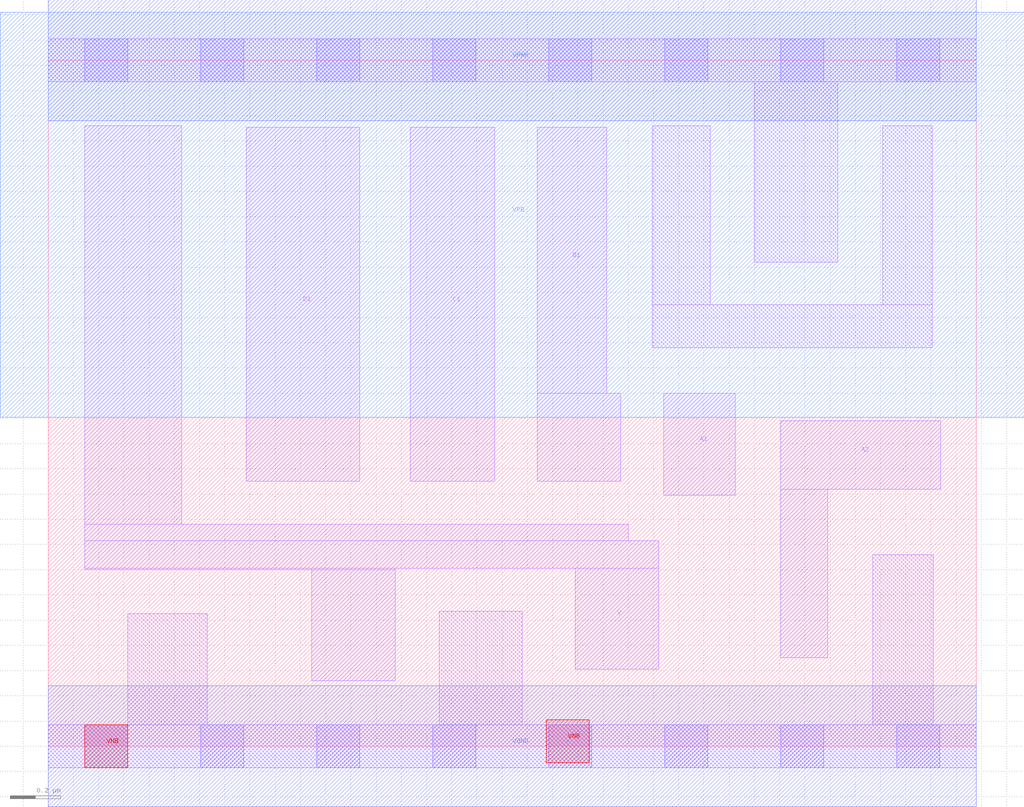
<source format=lef>
# Copyright 2020 The SkyWater PDK Authors
#
# Licensed under the Apache License, Version 2.0 (the "License");
# you may not use this file except in compliance with the License.
# You may obtain a copy of the License at
#
#     https://www.apache.org/licenses/LICENSE-2.0
#
# Unless required by applicable law or agreed to in writing, software
# distributed under the License is distributed on an "AS IS" BASIS,
# WITHOUT WARRANTIES OR CONDITIONS OF ANY KIND, either express or implied.
# See the License for the specific language governing permissions and
# limitations under the License.
#
# SPDX-License-Identifier: Apache-2.0

VERSION 5.7 ;
  NOWIREEXTENSIONATPIN ON ;
  DIVIDERCHAR "/" ;
  BUSBITCHARS "[]" ;
MACRO sky130_fd_sc_hd__a2111oi_1
  CLASS CORE ;
  FOREIGN sky130_fd_sc_hd__a2111oi_1 ;
  ORIGIN  0.000000  0.000000 ;
  SIZE  3.680000 BY  2.720000 ;
  SYMMETRY X Y R90 ;
  SITE unithd ;
  PIN A1
    ANTENNAGATEAREA  0.247500 ;
    DIRECTION INPUT ;
    USE SIGNAL ;
    PORT
      LAYER li1 ;
        RECT 2.440000 0.995000 2.725000 1.400000 ;
    END
  END A1
  PIN A2
    ANTENNAGATEAREA  0.247500 ;
    DIRECTION INPUT ;
    USE SIGNAL ;
    PORT
      LAYER li1 ;
        RECT 2.905000 0.350000 3.090000 1.020000 ;
        RECT 2.905000 1.020000 3.540000 1.290000 ;
    END
  END A2
  PIN B1
    ANTENNAGATEAREA  0.247500 ;
    DIRECTION INPUT ;
    USE SIGNAL ;
    PORT
      LAYER li1 ;
        RECT 1.940000 1.050000 2.270000 1.400000 ;
        RECT 1.940000 1.400000 2.215000 2.455000 ;
    END
  END B1
  PIN C1
    ANTENNAGATEAREA  0.247500 ;
    DIRECTION INPUT ;
    USE SIGNAL ;
    PORT
      LAYER li1 ;
        RECT 1.435000 1.050000 1.770000 2.455000 ;
    END
  END C1
  PIN D1
    ANTENNAGATEAREA  0.247500 ;
    DIRECTION INPUT ;
    USE SIGNAL ;
    PORT
      LAYER li1 ;
        RECT 0.785000 1.050000 1.235000 2.455000 ;
    END
  END D1
  PIN VNB
    PORT
      LAYER pwell ;
        RECT 0.145000 -0.085000 0.315000 0.085000 ;
    END
    PORT
      LAYER pwell ;
        RECT 1.975000 -0.065000 2.145000 0.105000 ;
    END
  END VNB
  PIN VPB
    PORT
      LAYER nwell ;
        RECT -0.190000 1.305000 3.870000 2.910000 ;
    END
  END VPB
  PIN Y
    ANTENNADIFFAREA  1.388750 ;
    DIRECTION OUTPUT ;
    USE SIGNAL ;
    PORT
      LAYER li1 ;
        RECT 0.145000 0.700000 1.375000 0.705000 ;
        RECT 0.145000 0.705000 2.420000 0.815000 ;
        RECT 0.145000 0.815000 2.300000 0.880000 ;
        RECT 0.145000 0.880000 0.530000 2.460000 ;
        RECT 1.045000 0.260000 1.375000 0.700000 ;
        RECT 2.090000 0.305000 2.420000 0.705000 ;
    END
  END Y
  PIN VGND
    DIRECTION INOUT ;
    SHAPE ABUTMENT ;
    USE GROUND ;
    PORT
      LAYER met1 ;
        RECT 0.000000 -0.240000 3.680000 0.240000 ;
    END
  END VGND
  PIN VPWR
    DIRECTION INOUT ;
    SHAPE ABUTMENT ;
    USE POWER ;
    PORT
      LAYER met1 ;
        RECT 0.000000 2.480000 3.680000 2.960000 ;
    END
  END VPWR
  OBS
    LAYER li1 ;
      RECT 0.000000 -0.085000 3.680000 0.085000 ;
      RECT 0.000000  2.635000 3.680000 2.805000 ;
      RECT 0.315000  0.085000 0.630000 0.525000 ;
      RECT 1.550000  0.085000 1.880000 0.535000 ;
      RECT 2.395000  1.580000 3.505000 1.750000 ;
      RECT 2.395000  1.750000 2.625000 2.460000 ;
      RECT 2.800000  1.920000 3.130000 2.635000 ;
      RECT 3.270000  0.085000 3.510000 0.760000 ;
      RECT 3.310000  1.750000 3.505000 2.460000 ;
    LAYER mcon ;
      RECT 0.145000 -0.085000 0.315000 0.085000 ;
      RECT 0.145000  2.635000 0.315000 2.805000 ;
      RECT 0.605000 -0.085000 0.775000 0.085000 ;
      RECT 0.605000  2.635000 0.775000 2.805000 ;
      RECT 1.065000 -0.085000 1.235000 0.085000 ;
      RECT 1.065000  2.635000 1.235000 2.805000 ;
      RECT 1.525000 -0.085000 1.695000 0.085000 ;
      RECT 1.525000  2.635000 1.695000 2.805000 ;
      RECT 1.985000 -0.085000 2.155000 0.085000 ;
      RECT 1.985000  2.635000 2.155000 2.805000 ;
      RECT 2.445000 -0.085000 2.615000 0.085000 ;
      RECT 2.445000  2.635000 2.615000 2.805000 ;
      RECT 2.905000 -0.085000 3.075000 0.085000 ;
      RECT 2.905000  2.635000 3.075000 2.805000 ;
      RECT 3.365000 -0.085000 3.535000 0.085000 ;
      RECT 3.365000  2.635000 3.535000 2.805000 ;
  END
END sky130_fd_sc_hd__a2111oi_1
END LIBRARY

</source>
